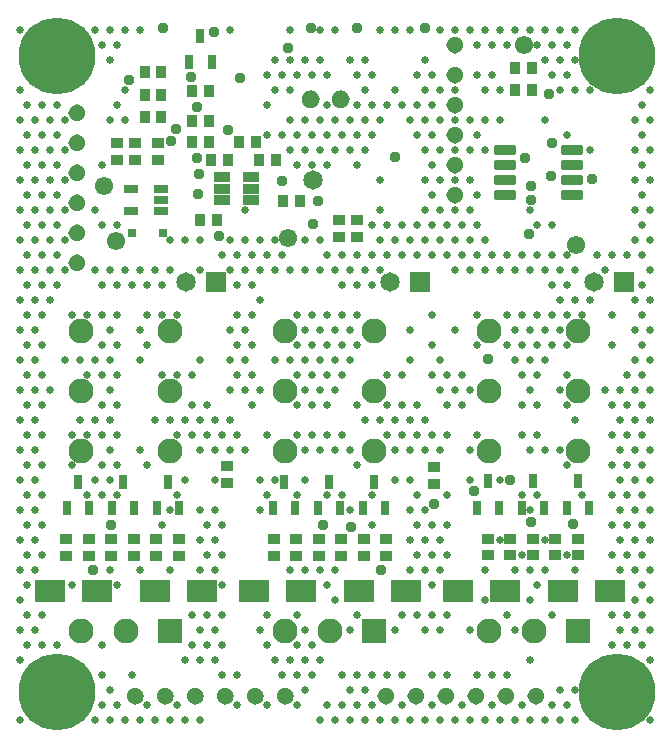
<source format=gbs>
G04*
G04 #@! TF.GenerationSoftware,Altium Limited,Altium Designer,21.8.1 (53)*
G04*
G04 Layer_Color=16711935*
%FSLAX23Y23*%
%MOIN*%
G70*
G04*
G04 #@! TF.SameCoordinates,D94B3AED-94FA-482B-8DCC-F6CB08C1A555*
G04*
G04*
G04 #@! TF.FilePolarity,Negative*
G04*
G01*
G75*
%ADD34R,0.041X0.037*%
%ADD35R,0.037X0.041*%
G04:AMPARAMS|DCode=38|XSize=32mil|YSize=71mil|CornerRadius=5mil|HoleSize=0mil|Usage=FLASHONLY|Rotation=90.000|XOffset=0mil|YOffset=0mil|HoleType=Round|Shape=RoundedRectangle|*
%AMROUNDEDRECTD38*
21,1,0.032,0.061,0,0,90.0*
21,1,0.022,0.071,0,0,90.0*
1,1,0.010,0.031,0.011*
1,1,0.010,0.031,-0.011*
1,1,0.010,-0.031,-0.011*
1,1,0.010,-0.031,0.011*
%
%ADD38ROUNDEDRECTD38*%
%ADD39R,0.034X0.041*%
%ADD41C,0.065*%
%ADD42C,0.256*%
%ADD43R,0.065X0.065*%
%ADD44C,0.083*%
%ADD45R,0.083X0.083*%
%ADD46C,0.026*%
%ADD47C,0.061*%
%ADD48C,0.037*%
%ADD65R,0.026X0.026*%
%ADD66R,0.045X0.030*%
%ADD67R,0.030X0.051*%
%ADD68R,0.057X0.034*%
%ADD69R,0.104X0.073*%
G36*
X4847Y4152D02*
X4854Y4149D01*
X4860Y4145D01*
X4864Y4139D01*
X4867Y4132D01*
X4868Y4125D01*
X4867Y4118D01*
X4864Y4111D01*
X4860Y4105D01*
X4854Y4101D01*
X4847Y4098D01*
X4840Y4097D01*
X4833Y4098D01*
X4826Y4101D01*
X4820Y4105D01*
X4816Y4111D01*
X4813Y4118D01*
X4812Y4125D01*
X4813Y4132D01*
X4816Y4139D01*
X4820Y4145D01*
X4826Y4149D01*
X4833Y4152D01*
X4840Y4153D01*
X4847Y4152D01*
D02*
G37*
G36*
X5442Y2707D02*
X5449Y2704D01*
X5455Y2700D01*
X5459Y2694D01*
X5462Y2687D01*
X5463Y2680D01*
X5462Y2673D01*
X5459Y2666D01*
X5455Y2660D01*
X5449Y2656D01*
X5442Y2653D01*
X5435Y2652D01*
X5428Y2653D01*
X5421Y2656D01*
X5415Y2660D01*
X5411Y2666D01*
X5408Y2673D01*
X5407Y2680D01*
X5408Y2687D01*
X5411Y2694D01*
X5415Y2700D01*
X5421Y2704D01*
X5428Y2707D01*
X5435Y2708D01*
X5442Y2707D01*
D02*
G37*
G36*
X5342D02*
X5349Y2704D01*
X5355Y2700D01*
X5359Y2694D01*
X5362Y2687D01*
X5363Y2680D01*
X5362Y2673D01*
X5359Y2666D01*
X5355Y2660D01*
X5349Y2656D01*
X5342Y2653D01*
X5335Y2652D01*
X5328Y2653D01*
X5321Y2656D01*
X5315Y2660D01*
X5311Y2666D01*
X5308Y2673D01*
X5307Y2680D01*
X5308Y2687D01*
X5311Y2694D01*
X5315Y2700D01*
X5321Y2704D01*
X5328Y2707D01*
X5335Y2708D01*
X5342Y2707D01*
D02*
G37*
G36*
X5242D02*
X5249Y2704D01*
X5255Y2700D01*
X5259Y2694D01*
X5262Y2687D01*
X5263Y2680D01*
X5262Y2673D01*
X5259Y2666D01*
X5255Y2660D01*
X5249Y2656D01*
X5242Y2653D01*
X5235Y2652D01*
X5228Y2653D01*
X5221Y2656D01*
X5215Y2660D01*
X5211Y2666D01*
X5208Y2673D01*
X5207Y2680D01*
X5208Y2687D01*
X5211Y2694D01*
X5215Y2700D01*
X5221Y2704D01*
X5228Y2707D01*
X5235Y2708D01*
X5242Y2707D01*
D02*
G37*
G36*
X5142D02*
X5149Y2704D01*
X5155Y2700D01*
X5159Y2694D01*
X5162Y2687D01*
X5163Y2680D01*
X5162Y2673D01*
X5159Y2666D01*
X5155Y2660D01*
X5149Y2656D01*
X5142Y2653D01*
X5135Y2652D01*
X5128Y2653D01*
X5121Y2656D01*
X5115Y2660D01*
X5111Y2666D01*
X5108Y2673D01*
X5107Y2680D01*
X5108Y2687D01*
X5111Y2694D01*
X5115Y2700D01*
X5121Y2704D01*
X5128Y2707D01*
X5135Y2708D01*
X5142Y2707D01*
D02*
G37*
G36*
X5042D02*
X5049Y2704D01*
X5055Y2700D01*
X5059Y2694D01*
X5062Y2687D01*
X5063Y2680D01*
X5062Y2673D01*
X5059Y2666D01*
X5055Y2660D01*
X5049Y2656D01*
X5042Y2653D01*
X5035Y2652D01*
X5028Y2653D01*
X5021Y2656D01*
X5015Y2660D01*
X5011Y2666D01*
X5008Y2673D01*
X5007Y2680D01*
X5008Y2687D01*
X5011Y2694D01*
X5015Y2700D01*
X5021Y2704D01*
X5028Y2707D01*
X5035Y2708D01*
X5042Y2707D01*
D02*
G37*
G36*
X5535Y2652D02*
X5528Y2653D01*
X5521Y2656D01*
X5515Y2660D01*
X5511Y2666D01*
X5508Y2673D01*
X5507Y2680D01*
X5508Y2687D01*
X5511Y2694D01*
X5515Y2700D01*
X5521Y2704D01*
X5528Y2707D01*
X5535Y2708D01*
D01*
X5542Y2707D01*
X5549Y2704D01*
X5555Y2700D01*
X5559Y2694D01*
X5562Y2687D01*
X5563Y2680D01*
X5562Y2673D01*
X5559Y2666D01*
X5555Y2660D01*
X5549Y2656D01*
X5542Y2653D01*
X5535Y2652D01*
D01*
D02*
G37*
G36*
X5870Y2708D02*
X5877Y2707D01*
X5884Y2704D01*
X5890Y2700D01*
X5894Y2694D01*
X5897Y2687D01*
X5898Y2680D01*
X5897Y2673D01*
X5894Y2666D01*
X5890Y2660D01*
X5884Y2656D01*
X5877Y2653D01*
X5870Y2652D01*
D01*
X5863Y2653D01*
X5856Y2656D01*
X5850Y2660D01*
X5846Y2666D01*
X5843Y2673D01*
X5842Y2680D01*
X5843Y2687D01*
X5846Y2694D01*
X5850Y2700D01*
X5856Y2704D01*
X5863Y2707D01*
X5870Y2708D01*
D01*
D02*
G37*
G36*
X5970D02*
X5977Y2707D01*
X5984Y2704D01*
X5990Y2700D01*
X5994Y2694D01*
X5997Y2687D01*
X5998Y2680D01*
X5997Y2673D01*
X5994Y2666D01*
X5990Y2660D01*
X5984Y2656D01*
X5977Y2653D01*
X5970Y2652D01*
D01*
X5963Y2653D01*
X5956Y2656D01*
X5950Y2660D01*
X5946Y2666D01*
X5943Y2673D01*
X5942Y2680D01*
X5943Y2687D01*
X5946Y2694D01*
X5950Y2700D01*
X5956Y2704D01*
X5963Y2707D01*
X5970Y2708D01*
D01*
D02*
G37*
G36*
X6070D02*
X6077Y2707D01*
X6084Y2704D01*
X6090Y2700D01*
X6094Y2694D01*
X6097Y2687D01*
X6098Y2680D01*
X6097Y2673D01*
X6094Y2666D01*
X6090Y2660D01*
X6084Y2656D01*
X6077Y2653D01*
X6070Y2652D01*
D01*
X6063Y2653D01*
X6056Y2656D01*
X6050Y2660D01*
X6046Y2666D01*
X6043Y2673D01*
X6042Y2680D01*
X6043Y2687D01*
X6046Y2694D01*
X6050Y2700D01*
X6056Y2704D01*
X6063Y2707D01*
X6070Y2708D01*
D01*
D02*
G37*
G36*
X6170D02*
X6177Y2707D01*
X6184Y2704D01*
X6190Y2700D01*
X6194Y2694D01*
X6197Y2687D01*
X6198Y2680D01*
X6197Y2673D01*
X6194Y2666D01*
X6190Y2660D01*
X6184Y2656D01*
X6177Y2653D01*
X6170Y2652D01*
D01*
X6163Y2653D01*
X6156Y2656D01*
X6150Y2660D01*
X6146Y2666D01*
X6143Y2673D01*
X6142Y2680D01*
X6143Y2687D01*
X6146Y2694D01*
X6150Y2700D01*
X6156Y2704D01*
X6163Y2707D01*
X6170Y2708D01*
D01*
D02*
G37*
G36*
X6270D02*
X6277Y2707D01*
X6284Y2704D01*
X6290Y2700D01*
X6294Y2694D01*
X6297Y2687D01*
X6298Y2680D01*
X6297Y2673D01*
X6294Y2666D01*
X6290Y2660D01*
X6284Y2656D01*
X6277Y2653D01*
X6270Y2652D01*
D01*
X6263Y2653D01*
X6256Y2656D01*
X6250Y2660D01*
X6246Y2666D01*
X6243Y2673D01*
X6242Y2680D01*
X6243Y2687D01*
X6246Y2694D01*
X6250Y2700D01*
X6256Y2704D01*
X6263Y2707D01*
X6270Y2708D01*
D01*
D02*
G37*
G36*
X6370D02*
X6377Y2707D01*
X6384Y2704D01*
X6390Y2700D01*
X6394Y2694D01*
X6397Y2687D01*
X6398Y2680D01*
X6397Y2673D01*
X6394Y2666D01*
X6390Y2660D01*
X6384Y2656D01*
X6377Y2653D01*
X6370Y2652D01*
D01*
X6363Y2653D01*
X6356Y2656D01*
X6350Y2660D01*
X6346Y2666D01*
X6343Y2673D01*
X6342Y2680D01*
X6343Y2687D01*
X6346Y2694D01*
X6350Y2700D01*
X6356Y2704D01*
X6363Y2707D01*
X6370Y2708D01*
D01*
D02*
G37*
G36*
X5727Y4699D02*
X5734Y4696D01*
X5740Y4691D01*
X5745Y4685D01*
X5748Y4678D01*
X5749Y4670D01*
X5748Y4662D01*
X5745Y4655D01*
X5740Y4649D01*
X5734Y4644D01*
X5727Y4641D01*
X5719Y4640D01*
X5711Y4641D01*
X5704Y4644D01*
X5697Y4649D01*
X5693Y4655D01*
X5690Y4662D01*
X5689Y4670D01*
X5690Y4678D01*
X5693Y4685D01*
X5697Y4691D01*
X5704Y4696D01*
X5711Y4699D01*
X5719Y4700D01*
X5727Y4699D01*
D02*
G37*
G36*
X5627D02*
X5634Y4696D01*
X5640Y4691D01*
X5645Y4685D01*
X5648Y4678D01*
X5649Y4670D01*
X5648Y4662D01*
X5645Y4655D01*
X5640Y4649D01*
X5634Y4644D01*
X5627Y4641D01*
X5619Y4640D01*
X5611Y4641D01*
X5604Y4644D01*
X5597Y4649D01*
X5593Y4655D01*
X5590Y4662D01*
X5589Y4670D01*
X5590Y4678D01*
X5593Y4685D01*
X5597Y4691D01*
X5604Y4696D01*
X5611Y4699D01*
X5619Y4700D01*
X5627Y4699D01*
D02*
G37*
G36*
X4847Y4652D02*
X4854Y4649D01*
X4860Y4645D01*
X4864Y4639D01*
X4867Y4632D01*
X4868Y4625D01*
X4867Y4618D01*
X4864Y4611D01*
X4860Y4605D01*
X4854Y4601D01*
X4847Y4598D01*
X4840Y4597D01*
X4833Y4598D01*
X4826Y4601D01*
X4820Y4605D01*
X4816Y4611D01*
X4813Y4618D01*
X4812Y4625D01*
X4813Y4632D01*
X4816Y4639D01*
X4820Y4645D01*
X4826Y4649D01*
X4833Y4652D01*
X4840Y4653D01*
X4847Y4652D01*
D02*
G37*
G36*
Y4552D02*
X4854Y4549D01*
X4860Y4545D01*
X4864Y4539D01*
X4867Y4532D01*
X4868Y4525D01*
X4867Y4518D01*
X4864Y4511D01*
X4860Y4505D01*
X4854Y4501D01*
X4847Y4498D01*
X4840Y4497D01*
X4833Y4498D01*
X4826Y4501D01*
X4820Y4505D01*
X4816Y4511D01*
X4813Y4518D01*
X4812Y4525D01*
X4813Y4532D01*
X4816Y4539D01*
X4820Y4545D01*
X4826Y4549D01*
X4833Y4552D01*
X4840Y4553D01*
X4847Y4552D01*
D02*
G37*
G36*
Y4452D02*
X4854Y4449D01*
X4860Y4445D01*
X4864Y4439D01*
X4867Y4432D01*
X4868Y4425D01*
X4867Y4418D01*
X4864Y4411D01*
X4860Y4405D01*
X4854Y4401D01*
X4847Y4398D01*
X4840Y4397D01*
X4833Y4398D01*
X4826Y4401D01*
X4820Y4405D01*
X4816Y4411D01*
X4813Y4418D01*
X4812Y4425D01*
X4813Y4432D01*
X4816Y4439D01*
X4820Y4445D01*
X4826Y4449D01*
X4833Y4452D01*
X4840Y4453D01*
X4847Y4452D01*
D02*
G37*
G36*
Y4352D02*
X4854Y4349D01*
X4860Y4345D01*
X4864Y4339D01*
X4867Y4332D01*
X4868Y4325D01*
X4867Y4318D01*
X4864Y4311D01*
X4860Y4305D01*
X4854Y4301D01*
X4847Y4298D01*
X4840Y4297D01*
X4833Y4298D01*
X4826Y4301D01*
X4820Y4305D01*
X4816Y4311D01*
X4813Y4318D01*
X4812Y4325D01*
X4813Y4332D01*
X4816Y4339D01*
X4820Y4345D01*
X4826Y4349D01*
X4833Y4352D01*
X4840Y4353D01*
X4847Y4352D01*
D02*
G37*
G36*
Y4252D02*
X4854Y4249D01*
X4860Y4245D01*
X4864Y4239D01*
X4867Y4232D01*
X4868Y4225D01*
X4867Y4218D01*
X4864Y4211D01*
X4860Y4205D01*
X4854Y4201D01*
X4847Y4198D01*
X4840Y4197D01*
X4833Y4198D01*
X4826Y4201D01*
X4820Y4205D01*
X4816Y4211D01*
X4813Y4218D01*
X4812Y4225D01*
X4813Y4232D01*
X4816Y4239D01*
X4820Y4245D01*
X4826Y4249D01*
X4833Y4252D01*
X4840Y4253D01*
X4847Y4252D01*
D02*
G37*
G36*
X6072Y4350D02*
X6073Y4357D01*
X6076Y4364D01*
X6080Y4370D01*
X6086Y4374D01*
X6093Y4377D01*
X6100Y4378D01*
X6107Y4377D01*
X6114Y4374D01*
X6120Y4370D01*
X6124Y4364D01*
X6127Y4357D01*
X6128Y4350D01*
D01*
X6127Y4343D01*
X6124Y4336D01*
X6120Y4330D01*
X6114Y4326D01*
X6107Y4323D01*
X6100Y4322D01*
X6093Y4323D01*
X6086Y4326D01*
X6080Y4330D01*
X6076Y4336D01*
X6073Y4343D01*
X6072Y4350D01*
D01*
D02*
G37*
G36*
Y4450D02*
X6073Y4457D01*
X6076Y4464D01*
X6080Y4470D01*
X6086Y4474D01*
X6093Y4477D01*
X6100Y4478D01*
X6107Y4477D01*
X6114Y4474D01*
X6120Y4470D01*
X6124Y4464D01*
X6127Y4457D01*
X6128Y4450D01*
D01*
X6127Y4443D01*
X6124Y4436D01*
X6120Y4430D01*
X6114Y4426D01*
X6107Y4423D01*
X6100Y4422D01*
X6093Y4423D01*
X6086Y4426D01*
X6080Y4430D01*
X6076Y4436D01*
X6073Y4443D01*
X6072Y4450D01*
D01*
D02*
G37*
G36*
Y4550D02*
X6073Y4557D01*
X6076Y4564D01*
X6080Y4570D01*
X6086Y4574D01*
X6093Y4577D01*
X6100Y4578D01*
X6107Y4577D01*
X6114Y4574D01*
X6120Y4570D01*
X6124Y4564D01*
X6127Y4557D01*
X6128Y4550D01*
D01*
X6127Y4543D01*
X6124Y4536D01*
X6120Y4530D01*
X6114Y4526D01*
X6107Y4523D01*
X6100Y4522D01*
X6093Y4523D01*
X6086Y4526D01*
X6080Y4530D01*
X6076Y4536D01*
X6073Y4543D01*
X6072Y4550D01*
D01*
D02*
G37*
G36*
Y4650D02*
X6073Y4657D01*
X6076Y4664D01*
X6080Y4670D01*
X6086Y4674D01*
X6093Y4677D01*
X6100Y4678D01*
X6107Y4677D01*
X6114Y4674D01*
X6120Y4670D01*
X6124Y4664D01*
X6127Y4657D01*
X6128Y4650D01*
D01*
X6127Y4643D01*
X6124Y4636D01*
X6120Y4630D01*
X6114Y4626D01*
X6107Y4623D01*
X6100Y4622D01*
X6093Y4623D01*
X6086Y4626D01*
X6080Y4630D01*
X6076Y4636D01*
X6073Y4643D01*
X6072Y4650D01*
D01*
D02*
G37*
G36*
Y4750D02*
X6073Y4757D01*
X6076Y4764D01*
X6080Y4770D01*
X6086Y4774D01*
X6093Y4777D01*
X6100Y4778D01*
X6107Y4777D01*
X6114Y4774D01*
X6120Y4770D01*
X6124Y4764D01*
X6127Y4757D01*
X6128Y4750D01*
D01*
X6127Y4743D01*
X6124Y4736D01*
X6120Y4730D01*
X6114Y4726D01*
X6107Y4723D01*
X6100Y4722D01*
X6093Y4723D01*
X6086Y4726D01*
X6080Y4730D01*
X6076Y4736D01*
X6073Y4743D01*
X6072Y4750D01*
D01*
D02*
G37*
G36*
Y4850D02*
X6073Y4857D01*
X6076Y4864D01*
X6080Y4870D01*
X6086Y4874D01*
X6093Y4877D01*
X6100Y4878D01*
X6107Y4877D01*
X6114Y4874D01*
X6120Y4870D01*
X6124Y4864D01*
X6127Y4857D01*
X6128Y4850D01*
D01*
X6127Y4843D01*
X6124Y4836D01*
X6120Y4830D01*
X6114Y4826D01*
X6107Y4823D01*
X6100Y4822D01*
X6093Y4823D01*
X6086Y4826D01*
X6080Y4830D01*
X6076Y4836D01*
X6073Y4843D01*
X6072Y4850D01*
D01*
D02*
G37*
D34*
X5715Y4268D02*
D03*
Y4212D02*
D03*
X5775Y4212D02*
D03*
Y4268D02*
D03*
X5110Y4523D02*
D03*
Y4467D02*
D03*
X4975Y4523D02*
D03*
Y4467D02*
D03*
X5035Y4467D02*
D03*
Y4523D02*
D03*
X6435Y3150D02*
D03*
Y3205D02*
D03*
X6510Y3150D02*
D03*
Y3205D02*
D03*
X6030Y3387D02*
D03*
Y3443D02*
D03*
X6285Y3150D02*
D03*
Y3205D02*
D03*
X6210Y3150D02*
D03*
Y3205D02*
D03*
X6360Y3150D02*
D03*
Y3205D02*
D03*
X5340Y3392D02*
D03*
Y3448D02*
D03*
X4805Y3203D02*
D03*
Y3147D02*
D03*
X5105D02*
D03*
Y3203D02*
D03*
X5030Y3147D02*
D03*
Y3203D02*
D03*
X5180Y3147D02*
D03*
Y3203D02*
D03*
X4955Y3147D02*
D03*
Y3203D02*
D03*
X4880Y3147D02*
D03*
Y3203D02*
D03*
X5571Y3147D02*
D03*
Y3203D02*
D03*
X5496Y3203D02*
D03*
Y3147D02*
D03*
X5646Y3203D02*
D03*
Y3147D02*
D03*
X5721Y3147D02*
D03*
Y3203D02*
D03*
X5796Y3203D02*
D03*
Y3147D02*
D03*
X5871Y3203D02*
D03*
Y3147D02*
D03*
D35*
X5307Y4268D02*
D03*
X5252D02*
D03*
X6302Y4700D02*
D03*
X6358D02*
D03*
X6358Y4775D02*
D03*
X6302D02*
D03*
X5583Y4330D02*
D03*
X5527D02*
D03*
X5287Y4467D02*
D03*
X5343D02*
D03*
X5380Y4527D02*
D03*
X5436D02*
D03*
X5121Y4610D02*
D03*
X5066D02*
D03*
X5121Y4685D02*
D03*
X5066D02*
D03*
X5066Y4760D02*
D03*
X5121D02*
D03*
X5503Y4467D02*
D03*
X5447D02*
D03*
X5279Y4597D02*
D03*
X5224D02*
D03*
X5279Y4527D02*
D03*
X5224D02*
D03*
D38*
X6489Y4500D02*
D03*
Y4450D02*
D03*
Y4400D02*
D03*
Y4350D02*
D03*
X6267Y4500D02*
D03*
Y4450D02*
D03*
Y4400D02*
D03*
Y4350D02*
D03*
D39*
X5224Y4698D02*
D03*
X5279D02*
D03*
D41*
X5627Y4400D02*
D03*
X6563Y4060D02*
D03*
X5883D02*
D03*
X5203D02*
D03*
D42*
X6640Y4815D02*
D03*
Y2695D02*
D03*
X4775D02*
D03*
Y4815D02*
D03*
D43*
X6663Y4060D02*
D03*
X5983D02*
D03*
X5303D02*
D03*
D44*
X6363Y2899D02*
D03*
X6215D02*
D03*
Y3499D02*
D03*
Y3698D02*
D03*
Y3896D02*
D03*
X6511Y3499D02*
D03*
Y3698D02*
D03*
Y3896D02*
D03*
X5683Y2899D02*
D03*
X5535D02*
D03*
Y3499D02*
D03*
Y3698D02*
D03*
Y3896D02*
D03*
X5831Y3499D02*
D03*
Y3698D02*
D03*
Y3896D02*
D03*
X5003Y2899D02*
D03*
X4855D02*
D03*
Y3499D02*
D03*
Y3698D02*
D03*
Y3896D02*
D03*
X5151Y3499D02*
D03*
Y3698D02*
D03*
Y3896D02*
D03*
D45*
X6511Y2899D02*
D03*
X5831D02*
D03*
X5151D02*
D03*
D46*
X6750Y4700D02*
D03*
Y4600D02*
D03*
Y4500D02*
D03*
Y4400D02*
D03*
Y4300D02*
D03*
Y4200D02*
D03*
Y4100D02*
D03*
Y4000D02*
D03*
Y3900D02*
D03*
Y3800D02*
D03*
Y3700D02*
D03*
Y3600D02*
D03*
Y3500D02*
D03*
Y3400D02*
D03*
Y3300D02*
D03*
Y3200D02*
D03*
Y3100D02*
D03*
Y3000D02*
D03*
Y2900D02*
D03*
Y2800D02*
D03*
Y2600D02*
D03*
X6725Y4650D02*
D03*
X6700Y4600D02*
D03*
X6725Y4550D02*
D03*
X6700Y4500D02*
D03*
X6725Y4450D02*
D03*
X6700Y4400D02*
D03*
X6725Y4350D02*
D03*
X6700Y4300D02*
D03*
X6725Y4250D02*
D03*
X6700Y4200D02*
D03*
X6725Y4150D02*
D03*
Y4050D02*
D03*
X6700Y4000D02*
D03*
X6725Y3950D02*
D03*
X6700Y3900D02*
D03*
X6725Y3850D02*
D03*
X6700Y3800D02*
D03*
X6725Y3750D02*
D03*
X6700Y3700D02*
D03*
X6725Y3650D02*
D03*
X6700Y3600D02*
D03*
X6725Y3550D02*
D03*
X6700Y3500D02*
D03*
X6725Y3450D02*
D03*
X6700Y3400D02*
D03*
X6725Y3350D02*
D03*
X6700Y3300D02*
D03*
X6725Y3250D02*
D03*
X6700Y3200D02*
D03*
X6725Y3150D02*
D03*
X6700Y3100D02*
D03*
X6725Y3050D02*
D03*
X6700Y3000D02*
D03*
X6725Y2950D02*
D03*
X6700Y2900D02*
D03*
X6725Y2850D02*
D03*
X6675Y4150D02*
D03*
Y3750D02*
D03*
X6650Y3700D02*
D03*
X6675Y3650D02*
D03*
X6650Y3600D02*
D03*
X6675Y3550D02*
D03*
X6650Y3500D02*
D03*
X6675Y3450D02*
D03*
X6650Y3400D02*
D03*
X6675Y3350D02*
D03*
X6650Y3300D02*
D03*
X6675Y3250D02*
D03*
X6650Y3200D02*
D03*
X6675Y3150D02*
D03*
X6650Y3100D02*
D03*
X6675Y2950D02*
D03*
X6650Y2900D02*
D03*
X6675Y2850D02*
D03*
X6625Y4150D02*
D03*
X6600Y4100D02*
D03*
X6625Y3950D02*
D03*
Y3850D02*
D03*
X6600Y3700D02*
D03*
X6625Y3650D02*
D03*
Y3550D02*
D03*
Y3450D02*
D03*
Y3350D02*
D03*
Y3250D02*
D03*
Y3150D02*
D03*
Y2950D02*
D03*
Y2850D02*
D03*
X6550Y4700D02*
D03*
Y4500D02*
D03*
X6575Y4150D02*
D03*
X6550Y4000D02*
D03*
X6500Y4900D02*
D03*
Y4800D02*
D03*
Y4700D02*
D03*
Y4100D02*
D03*
Y4000D02*
D03*
X6525Y3950D02*
D03*
X6500Y3600D02*
D03*
X6525Y3350D02*
D03*
X6500Y3100D02*
D03*
Y2700D02*
D03*
Y2600D02*
D03*
X6450Y4900D02*
D03*
X6475Y4850D02*
D03*
X6450Y4800D02*
D03*
X6475Y4750D02*
D03*
X6450Y4700D02*
D03*
X6475Y4550D02*
D03*
Y4150D02*
D03*
X6450Y4100D02*
D03*
X6475Y4050D02*
D03*
X6450Y4000D02*
D03*
X6475Y3950D02*
D03*
X6450Y3900D02*
D03*
X6475Y3850D02*
D03*
Y3750D02*
D03*
X6450Y3700D02*
D03*
X6475Y3650D02*
D03*
X6450Y3500D02*
D03*
X6475Y3450D02*
D03*
Y3150D02*
D03*
X6450Y2700D02*
D03*
X6475Y2650D02*
D03*
X6450Y2600D02*
D03*
X6400Y4900D02*
D03*
X6425Y4850D02*
D03*
X6400Y4800D02*
D03*
X6425Y4750D02*
D03*
X6400Y4600D02*
D03*
X6425Y4250D02*
D03*
Y4150D02*
D03*
X6400Y4100D02*
D03*
X6425Y4050D02*
D03*
Y3950D02*
D03*
X6400Y3900D02*
D03*
X6425Y3850D02*
D03*
X6400Y3800D02*
D03*
Y3500D02*
D03*
Y3200D02*
D03*
Y3100D02*
D03*
X6425Y2950D02*
D03*
Y2650D02*
D03*
X6400Y2600D02*
D03*
X6350Y4900D02*
D03*
X6375Y4850D02*
D03*
X6350Y4300D02*
D03*
X6375Y4250D02*
D03*
Y4150D02*
D03*
X6350Y4100D02*
D03*
X6375Y3950D02*
D03*
X6350Y3900D02*
D03*
X6375Y3850D02*
D03*
X6350Y3800D02*
D03*
X6375Y3750D02*
D03*
X6350Y3700D02*
D03*
X6375Y3650D02*
D03*
Y3550D02*
D03*
X6350Y3500D02*
D03*
X6375Y3350D02*
D03*
X6350Y3300D02*
D03*
Y3100D02*
D03*
X6375Y3050D02*
D03*
X6350Y3000D02*
D03*
Y2800D02*
D03*
Y2600D02*
D03*
X6300Y4900D02*
D03*
X6325Y4150D02*
D03*
X6300Y4100D02*
D03*
X6325Y3950D02*
D03*
X6300Y3900D02*
D03*
X6325Y3850D02*
D03*
X6300Y3800D02*
D03*
X6325Y3750D02*
D03*
Y3650D02*
D03*
Y3550D02*
D03*
Y3350D02*
D03*
Y3150D02*
D03*
X6300Y3100D02*
D03*
Y2900D02*
D03*
X6325Y2650D02*
D03*
X6300Y2600D02*
D03*
X6250Y4900D02*
D03*
X6275Y4850D02*
D03*
X6250Y4700D02*
D03*
Y4600D02*
D03*
X6275Y4150D02*
D03*
X6250Y4100D02*
D03*
X6275Y3950D02*
D03*
Y3850D02*
D03*
X6250Y3400D02*
D03*
Y3200D02*
D03*
X6275Y2950D02*
D03*
Y2750D02*
D03*
X6250Y2600D02*
D03*
X6200Y4900D02*
D03*
X6225Y4850D02*
D03*
Y4750D02*
D03*
X6200Y4700D02*
D03*
Y4600D02*
D03*
Y4500D02*
D03*
Y4200D02*
D03*
X6225Y4150D02*
D03*
X6200Y4100D02*
D03*
Y3100D02*
D03*
Y3000D02*
D03*
X6225Y2750D02*
D03*
Y2650D02*
D03*
X6200Y2600D02*
D03*
X6150Y4900D02*
D03*
X6175Y4850D02*
D03*
Y4750D02*
D03*
X6150Y4600D02*
D03*
X6175Y4550D02*
D03*
X6150Y4500D02*
D03*
Y4400D02*
D03*
X6175Y4350D02*
D03*
X6150Y4300D02*
D03*
X6175Y4250D02*
D03*
X6150Y4200D02*
D03*
X6175Y4150D02*
D03*
X6150Y4100D02*
D03*
X6175Y3950D02*
D03*
Y3850D02*
D03*
X6150Y3700D02*
D03*
X6175Y3550D02*
D03*
X6150Y3500D02*
D03*
Y3400D02*
D03*
Y2900D02*
D03*
X6175Y2750D02*
D03*
X6150Y2600D02*
D03*
X6100Y4900D02*
D03*
Y4700D02*
D03*
Y4600D02*
D03*
Y4500D02*
D03*
Y4400D02*
D03*
Y4300D02*
D03*
X6125Y4250D02*
D03*
X6100Y4200D02*
D03*
X6125Y4150D02*
D03*
X6100Y4100D02*
D03*
Y3900D02*
D03*
X6125Y3750D02*
D03*
X6100Y3700D02*
D03*
X6125Y3650D02*
D03*
Y2650D02*
D03*
X6100Y2600D02*
D03*
X6050Y4900D02*
D03*
Y4700D02*
D03*
Y4600D02*
D03*
Y4500D02*
D03*
Y4400D02*
D03*
Y4300D02*
D03*
X6075Y4250D02*
D03*
X6050Y4200D02*
D03*
X6075Y4150D02*
D03*
X6050Y3800D02*
D03*
X6075Y3750D02*
D03*
X6050Y3700D02*
D03*
X6075Y3650D02*
D03*
Y3550D02*
D03*
X6050Y3500D02*
D03*
X6075Y3350D02*
D03*
Y3250D02*
D03*
X6050Y3200D02*
D03*
X6075Y3150D02*
D03*
X6050Y3100D02*
D03*
X6075Y2950D02*
D03*
X6050Y2900D02*
D03*
X6075Y2750D02*
D03*
X6050Y2600D02*
D03*
X6000Y4800D02*
D03*
X6025Y4750D02*
D03*
X6000Y4700D02*
D03*
X6025Y4650D02*
D03*
X6000Y4600D02*
D03*
X6025Y4550D02*
D03*
X6000Y4500D02*
D03*
X6025Y4450D02*
D03*
X6000Y4400D02*
D03*
X6025Y4350D02*
D03*
X6000Y4300D02*
D03*
X6025Y4250D02*
D03*
X6000Y4200D02*
D03*
X6025Y4150D02*
D03*
Y3950D02*
D03*
Y3850D02*
D03*
Y3750D02*
D03*
X6000Y3600D02*
D03*
X6025Y3550D02*
D03*
X6000Y3500D02*
D03*
Y3300D02*
D03*
X6025Y3250D02*
D03*
X6000Y3200D02*
D03*
X6025Y3150D02*
D03*
X6000Y3100D02*
D03*
X6025Y3050D02*
D03*
Y2950D02*
D03*
X6000Y2900D02*
D03*
X6025Y2750D02*
D03*
Y2650D02*
D03*
X6000Y2600D02*
D03*
X5950Y4900D02*
D03*
X5975Y4750D02*
D03*
Y4650D02*
D03*
X5950Y4600D02*
D03*
X5975Y4550D02*
D03*
Y4250D02*
D03*
X5950Y4200D02*
D03*
X5975Y4150D02*
D03*
X5950Y3900D02*
D03*
Y3800D02*
D03*
X5975Y3650D02*
D03*
X5950Y3600D02*
D03*
X5975Y3550D02*
D03*
X5950Y3500D02*
D03*
Y3400D02*
D03*
X5975Y3350D02*
D03*
X5950Y3300D02*
D03*
X5975Y3250D02*
D03*
X5950Y3200D02*
D03*
X5975Y3150D02*
D03*
X5950Y3100D02*
D03*
X5975Y2950D02*
D03*
X5950Y2600D02*
D03*
X5900Y4900D02*
D03*
Y4700D02*
D03*
X5925Y4650D02*
D03*
Y4250D02*
D03*
X5900Y4200D02*
D03*
X5925Y4150D02*
D03*
Y3750D02*
D03*
Y3650D02*
D03*
X5900Y3600D02*
D03*
X5925Y3550D02*
D03*
X5900Y3500D02*
D03*
Y3400D02*
D03*
X5925Y2950D02*
D03*
X5900Y2900D02*
D03*
X5925Y2750D02*
D03*
Y2650D02*
D03*
X5900Y2600D02*
D03*
X5850Y4900D02*
D03*
X5875Y4650D02*
D03*
X5850Y4600D02*
D03*
Y4400D02*
D03*
Y4300D02*
D03*
X5875Y4250D02*
D03*
X5850Y4200D02*
D03*
X5875Y4150D02*
D03*
X5850Y4100D02*
D03*
X5875Y3750D02*
D03*
Y3650D02*
D03*
X5850Y3600D02*
D03*
X5875Y3550D02*
D03*
Y2750D02*
D03*
X5850Y2600D02*
D03*
X5800Y4800D02*
D03*
X5825Y4750D02*
D03*
X5800Y4700D02*
D03*
X5825Y4650D02*
D03*
X5800Y4600D02*
D03*
X5825Y4550D02*
D03*
X5800Y4500D02*
D03*
X5825Y4250D02*
D03*
Y4150D02*
D03*
X5800Y4100D02*
D03*
X5825Y4050D02*
D03*
X5800Y3600D02*
D03*
X5825Y3350D02*
D03*
Y3250D02*
D03*
Y2750D02*
D03*
X5800Y2700D02*
D03*
X5825Y2650D02*
D03*
X5800Y2600D02*
D03*
X5750Y4800D02*
D03*
X5775Y4750D02*
D03*
Y4650D02*
D03*
X5750Y4600D02*
D03*
X5775Y4550D02*
D03*
X5750Y4500D02*
D03*
X5775Y4450D02*
D03*
Y4150D02*
D03*
X5750Y4100D02*
D03*
X5775Y4050D02*
D03*
Y3950D02*
D03*
X5750Y3900D02*
D03*
X5775Y3850D02*
D03*
X5750Y3800D02*
D03*
X5775Y3650D02*
D03*
X5750Y3500D02*
D03*
X5775Y3450D02*
D03*
X5750Y3300D02*
D03*
X5775Y2950D02*
D03*
X5750Y2900D02*
D03*
X5775Y2750D02*
D03*
X5750Y2700D02*
D03*
X5775Y2650D02*
D03*
X5750Y2600D02*
D03*
X5700Y4900D02*
D03*
Y4600D02*
D03*
X5725Y4550D02*
D03*
X5700Y4500D02*
D03*
X5725Y4150D02*
D03*
X5700Y4100D02*
D03*
X5725Y4050D02*
D03*
Y3950D02*
D03*
X5700Y3900D02*
D03*
X5725Y3850D02*
D03*
X5700Y3800D02*
D03*
X5725Y3750D02*
D03*
X5700Y3700D02*
D03*
X5725Y3550D02*
D03*
X5700Y3500D02*
D03*
X5725Y3350D02*
D03*
X5700Y3100D02*
D03*
Y3000D02*
D03*
X5725Y2750D02*
D03*
Y2650D02*
D03*
X5700Y2600D02*
D03*
X5650Y4900D02*
D03*
Y4800D02*
D03*
X5675Y4750D02*
D03*
Y4650D02*
D03*
X5650Y4600D02*
D03*
X5675Y4550D02*
D03*
X5650Y4500D02*
D03*
X5675Y4450D02*
D03*
X5650Y4200D02*
D03*
X5675Y4150D02*
D03*
X5650Y4100D02*
D03*
X5675Y3950D02*
D03*
X5650Y3900D02*
D03*
X5675Y3850D02*
D03*
X5650Y3800D02*
D03*
X5675Y3750D02*
D03*
X5650Y3700D02*
D03*
X5675Y3650D02*
D03*
Y3550D02*
D03*
X5650Y3500D02*
D03*
X5675Y3350D02*
D03*
X5650Y3100D02*
D03*
X5675Y3050D02*
D03*
X5650Y2800D02*
D03*
X5675Y2650D02*
D03*
X5650Y2600D02*
D03*
X5600Y4800D02*
D03*
X5625Y4750D02*
D03*
X5600Y4600D02*
D03*
X5625Y4550D02*
D03*
X5600Y4500D02*
D03*
X5625Y4450D02*
D03*
X5600Y4200D02*
D03*
Y4100D02*
D03*
X5625Y3950D02*
D03*
X5600Y3900D02*
D03*
X5625Y3850D02*
D03*
X5600Y3800D02*
D03*
X5625Y3750D02*
D03*
X5600Y3700D02*
D03*
X5625Y3650D02*
D03*
Y3550D02*
D03*
X5600Y3500D02*
D03*
Y3400D02*
D03*
Y3100D02*
D03*
Y2900D02*
D03*
X5625Y2850D02*
D03*
X5600Y2800D02*
D03*
X5625Y2750D02*
D03*
X5600Y2700D02*
D03*
X5550Y4900D02*
D03*
Y4800D02*
D03*
X5575Y4750D02*
D03*
X5550Y4700D02*
D03*
Y4600D02*
D03*
X5575Y4550D02*
D03*
X5550Y4500D02*
D03*
X5575Y4450D02*
D03*
X5550Y4100D02*
D03*
X5575Y3950D02*
D03*
Y3850D02*
D03*
X5550Y3800D02*
D03*
X5575Y3750D02*
D03*
Y3650D02*
D03*
Y3550D02*
D03*
Y3350D02*
D03*
X5550Y3100D02*
D03*
X5575Y2950D02*
D03*
Y2850D02*
D03*
X5550Y2800D02*
D03*
X5575Y2750D02*
D03*
Y2650D02*
D03*
X5500Y4800D02*
D03*
X5525Y4750D02*
D03*
X5500Y4700D02*
D03*
X5525Y4550D02*
D03*
X5500Y4200D02*
D03*
X5525Y4150D02*
D03*
X5500Y4100D02*
D03*
Y3800D02*
D03*
Y3400D02*
D03*
Y2800D02*
D03*
X5525Y2750D02*
D03*
X5475Y4750D02*
D03*
Y4650D02*
D03*
Y4550D02*
D03*
X5450Y4200D02*
D03*
X5475Y4150D02*
D03*
X5450Y4100D02*
D03*
Y4000D02*
D03*
Y3700D02*
D03*
X5475Y3550D02*
D03*
X5450Y3400D02*
D03*
X5475Y3350D02*
D03*
X5450Y3300D02*
D03*
X5475Y2950D02*
D03*
X5450Y2900D02*
D03*
X5475Y2850D02*
D03*
Y2650D02*
D03*
X5400Y4300D02*
D03*
Y4200D02*
D03*
X5425Y4150D02*
D03*
X5400Y4100D02*
D03*
X5425Y4050D02*
D03*
Y3950D02*
D03*
X5400Y3900D02*
D03*
X5425Y3850D02*
D03*
X5400Y3800D02*
D03*
X5425Y3750D02*
D03*
X5400Y3700D02*
D03*
X5425Y3650D02*
D03*
X5400Y3500D02*
D03*
X5350Y4900D02*
D03*
Y4200D02*
D03*
X5375Y4150D02*
D03*
X5350Y4100D02*
D03*
X5375Y4050D02*
D03*
Y3950D02*
D03*
X5350Y3900D02*
D03*
X5375Y3850D02*
D03*
X5350Y3800D02*
D03*
X5375Y3750D02*
D03*
X5350Y3700D02*
D03*
Y3600D02*
D03*
X5375Y3550D02*
D03*
X5350Y3500D02*
D03*
X5375Y2750D02*
D03*
Y2650D02*
D03*
X5325Y4150D02*
D03*
X5300Y3600D02*
D03*
X5325Y3550D02*
D03*
X5300Y3500D02*
D03*
Y3400D02*
D03*
Y3300D02*
D03*
X5325Y3250D02*
D03*
X5300Y3200D02*
D03*
X5325Y3150D02*
D03*
X5300Y3100D02*
D03*
X5325Y3050D02*
D03*
Y2950D02*
D03*
X5300Y2900D02*
D03*
X5325Y2850D02*
D03*
X5300Y2800D02*
D03*
X5325Y2750D02*
D03*
X5250Y4200D02*
D03*
Y4100D02*
D03*
Y3800D02*
D03*
X5275Y3650D02*
D03*
X5250Y3600D02*
D03*
X5275Y3550D02*
D03*
X5250Y3500D02*
D03*
Y3300D02*
D03*
X5275Y3250D02*
D03*
X5250Y3200D02*
D03*
X5275Y3150D02*
D03*
X5250Y3100D02*
D03*
X5275Y2950D02*
D03*
X5250Y2900D02*
D03*
X5275Y2850D02*
D03*
X5250Y2800D02*
D03*
Y2600D02*
D03*
X5200Y4200D02*
D03*
X5225Y3750D02*
D03*
Y3650D02*
D03*
X5200Y3600D02*
D03*
X5225Y3550D02*
D03*
X5200Y3400D02*
D03*
X5225Y2950D02*
D03*
Y2850D02*
D03*
X5200Y2800D02*
D03*
Y2600D02*
D03*
X5150Y4200D02*
D03*
Y4100D02*
D03*
X5175Y3950D02*
D03*
Y3750D02*
D03*
X5150Y3600D02*
D03*
X5175Y3550D02*
D03*
Y3350D02*
D03*
X5150Y3300D02*
D03*
Y3100D02*
D03*
X5175Y2650D02*
D03*
X5150Y2600D02*
D03*
X5100Y4100D02*
D03*
X5125Y4050D02*
D03*
Y3950D02*
D03*
Y3750D02*
D03*
X5100Y3600D02*
D03*
X5125Y3250D02*
D03*
X5100Y2600D02*
D03*
X5050Y4900D02*
D03*
Y4100D02*
D03*
X5075Y4050D02*
D03*
Y3950D02*
D03*
X5050Y3900D02*
D03*
X5075Y3850D02*
D03*
X5050Y3800D02*
D03*
Y3500D02*
D03*
X5075Y3450D02*
D03*
X5050Y3100D02*
D03*
X5075Y2650D02*
D03*
X5050Y2600D02*
D03*
X5000Y4900D02*
D03*
Y4700D02*
D03*
Y4600D02*
D03*
Y4100D02*
D03*
X5025Y4050D02*
D03*
Y2750D02*
D03*
X5000Y2600D02*
D03*
X4950Y4900D02*
D03*
X4975Y4850D02*
D03*
X4950Y4800D02*
D03*
X4975Y4650D02*
D03*
X4950Y4600D02*
D03*
X4975Y4250D02*
D03*
X4950Y4100D02*
D03*
X4975Y4050D02*
D03*
Y3950D02*
D03*
X4950Y3900D02*
D03*
X4975Y3850D02*
D03*
X4950Y3800D02*
D03*
X4975Y3750D02*
D03*
X4950Y3700D02*
D03*
X4975Y3650D02*
D03*
X4950Y3600D02*
D03*
X4975Y3550D02*
D03*
X4950Y3500D02*
D03*
X4975Y3450D02*
D03*
X4950Y3400D02*
D03*
X4975Y3350D02*
D03*
X4950Y3100D02*
D03*
X4975Y3050D02*
D03*
X4950Y2700D02*
D03*
X4975Y2650D02*
D03*
X4950Y2600D02*
D03*
X4900Y4900D02*
D03*
X4925Y4850D02*
D03*
Y4450D02*
D03*
X4900Y4300D02*
D03*
X4925Y4250D02*
D03*
X4900Y4100D02*
D03*
X4925Y4050D02*
D03*
Y3950D02*
D03*
Y3850D02*
D03*
X4900Y3800D02*
D03*
X4925Y3750D02*
D03*
Y3650D02*
D03*
X4900Y3600D02*
D03*
X4925Y3550D02*
D03*
Y3450D02*
D03*
X4900Y3400D02*
D03*
X4925Y3350D02*
D03*
Y2850D02*
D03*
Y2750D02*
D03*
Y2650D02*
D03*
X4900Y2600D02*
D03*
X4875Y3950D02*
D03*
X4850Y3800D02*
D03*
X4875Y3750D02*
D03*
X4850Y3600D02*
D03*
X4875Y3550D02*
D03*
Y3350D02*
D03*
X4800Y4600D02*
D03*
Y4500D02*
D03*
Y4400D02*
D03*
Y4300D02*
D03*
Y4200D02*
D03*
Y4100D02*
D03*
X4825Y3950D02*
D03*
X4800Y3800D02*
D03*
X4825Y3550D02*
D03*
Y3450D02*
D03*
Y3050D02*
D03*
X4775Y4650D02*
D03*
X4750Y4600D02*
D03*
X4775Y4550D02*
D03*
X4750Y4500D02*
D03*
X4775Y4450D02*
D03*
X4750Y4400D02*
D03*
X4775Y4350D02*
D03*
X4750Y4300D02*
D03*
X4775Y4250D02*
D03*
X4750Y4200D02*
D03*
X4775Y4150D02*
D03*
X4750Y4100D02*
D03*
X4775Y4050D02*
D03*
X4750Y4000D02*
D03*
Y3700D02*
D03*
X4775Y2850D02*
D03*
X4725Y4650D02*
D03*
X4700Y4600D02*
D03*
X4725Y4550D02*
D03*
X4700Y4500D02*
D03*
X4725Y4450D02*
D03*
X4700Y4400D02*
D03*
X4725Y4350D02*
D03*
X4700Y4300D02*
D03*
X4725Y4250D02*
D03*
X4700Y4200D02*
D03*
X4725Y4150D02*
D03*
X4700Y4100D02*
D03*
X4725Y4050D02*
D03*
X4700Y4000D02*
D03*
X4725Y3950D02*
D03*
X4700Y3900D02*
D03*
X4725Y3850D02*
D03*
X4700Y3800D02*
D03*
X4725Y3750D02*
D03*
X4700Y3700D02*
D03*
X4725Y3650D02*
D03*
X4700Y3600D02*
D03*
X4725Y3550D02*
D03*
X4700Y3500D02*
D03*
X4725Y3450D02*
D03*
X4700Y3400D02*
D03*
X4725Y3350D02*
D03*
X4700Y3300D02*
D03*
X4725Y3250D02*
D03*
X4700Y3200D02*
D03*
X4725Y3150D02*
D03*
X4700Y3100D02*
D03*
X4725Y2950D02*
D03*
X4700Y2900D02*
D03*
X4725Y2850D02*
D03*
X4650Y4900D02*
D03*
Y4700D02*
D03*
X4675Y4650D02*
D03*
X4650Y4600D02*
D03*
X4675Y4550D02*
D03*
X4650Y4500D02*
D03*
X4675Y4450D02*
D03*
X4650Y4400D02*
D03*
X4675Y4350D02*
D03*
X4650Y4300D02*
D03*
X4675Y4250D02*
D03*
X4650Y4200D02*
D03*
X4675Y4150D02*
D03*
X4650Y4100D02*
D03*
X4675Y4050D02*
D03*
X4650Y4000D02*
D03*
X4675Y3950D02*
D03*
X4650Y3900D02*
D03*
X4675Y3850D02*
D03*
X4650Y3800D02*
D03*
X4675Y3750D02*
D03*
X4650Y3700D02*
D03*
X4675Y3650D02*
D03*
X4650Y3600D02*
D03*
X4675Y3550D02*
D03*
X4650Y3500D02*
D03*
X4675Y3450D02*
D03*
X4650Y3400D02*
D03*
X4675Y3350D02*
D03*
X4650Y3300D02*
D03*
X4675Y3250D02*
D03*
X4650Y3200D02*
D03*
X4675Y3150D02*
D03*
X4650Y3100D02*
D03*
X4675Y3050D02*
D03*
X4650Y3000D02*
D03*
X4675Y2950D02*
D03*
X4650Y2900D02*
D03*
X4675Y2850D02*
D03*
X4650Y2800D02*
D03*
Y2600D02*
D03*
D47*
X6504Y4185D02*
D03*
X4970Y4198D02*
D03*
X4930Y4380D02*
D03*
X6330Y4850D02*
D03*
X5545Y4207D02*
D03*
D48*
X5245Y4355D02*
D03*
X5383Y4742D02*
D03*
X6000Y4906D02*
D03*
X5775D02*
D03*
X5619D02*
D03*
X5128D02*
D03*
X5545Y4840D02*
D03*
X5902Y4477D02*
D03*
X6335Y4475D02*
D03*
X6414Y4689D02*
D03*
X6355Y4334D02*
D03*
X5525Y4397D02*
D03*
X5239Y4644D02*
D03*
X5645Y4330D02*
D03*
X5627Y4255D02*
D03*
X5343Y4568D02*
D03*
X5239Y4475D02*
D03*
X5155Y4530D02*
D03*
X6355Y4380D02*
D03*
X5170Y4570D02*
D03*
X5220Y4745D02*
D03*
X5015Y4733D02*
D03*
X5298Y4895D02*
D03*
X6558Y4405D02*
D03*
X6425Y4525D02*
D03*
X6420Y4415D02*
D03*
X5247Y4420D02*
D03*
X6030Y3322D02*
D03*
X4955Y3250D02*
D03*
X5660D02*
D03*
X5755Y3245D02*
D03*
X6165Y3365D02*
D03*
X6355Y3260D02*
D03*
X5315Y4213D02*
D03*
X6210Y3805D02*
D03*
X6285Y3400D02*
D03*
X4895Y3100D02*
D03*
X5855D02*
D03*
X6495Y3255D02*
D03*
X6348Y4220D02*
D03*
D65*
X5024Y4225D02*
D03*
X5127D02*
D03*
D66*
X5122Y4372D02*
D03*
Y4335D02*
D03*
Y4298D02*
D03*
X5019Y4372D02*
D03*
Y4298D02*
D03*
D67*
X4995Y3394D02*
D03*
X4958Y3306D02*
D03*
X5032D02*
D03*
X5289Y4794D02*
D03*
X5214D02*
D03*
X5252Y4882D02*
D03*
X6547Y3308D02*
D03*
X6473D02*
D03*
X6510Y3397D02*
D03*
X6397Y3308D02*
D03*
X6323D02*
D03*
X6360Y3397D02*
D03*
X5182Y3306D02*
D03*
X5108D02*
D03*
X5145Y3394D02*
D03*
X4845D02*
D03*
X4808Y3306D02*
D03*
X4882D02*
D03*
X6210Y3397D02*
D03*
X6173Y3308D02*
D03*
X6247D02*
D03*
X5681Y3394D02*
D03*
X5643Y3306D02*
D03*
X5718D02*
D03*
X5531Y3394D02*
D03*
X5493Y3306D02*
D03*
X5568D02*
D03*
X5831Y3394D02*
D03*
X5793Y3306D02*
D03*
X5868D02*
D03*
D68*
X5325Y4335D02*
D03*
Y4372D02*
D03*
Y4410D02*
D03*
X5419D02*
D03*
Y4372D02*
D03*
Y4335D02*
D03*
D69*
X6267Y3030D02*
D03*
X6109D02*
D03*
X6459D02*
D03*
X6617D02*
D03*
X5587D02*
D03*
X5429D02*
D03*
X5779D02*
D03*
X5937D02*
D03*
X4907D02*
D03*
X4749D02*
D03*
X5099D02*
D03*
X5257D02*
D03*
M02*

</source>
